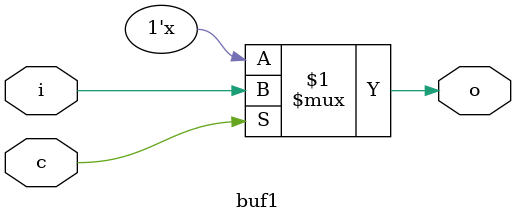
<source format=v>
`timescale 1ns / 1ps
module buf1(o, i, c );
	input i, c;
	output o;
	
	bufif1(o, i, c);

endmodule

</source>
